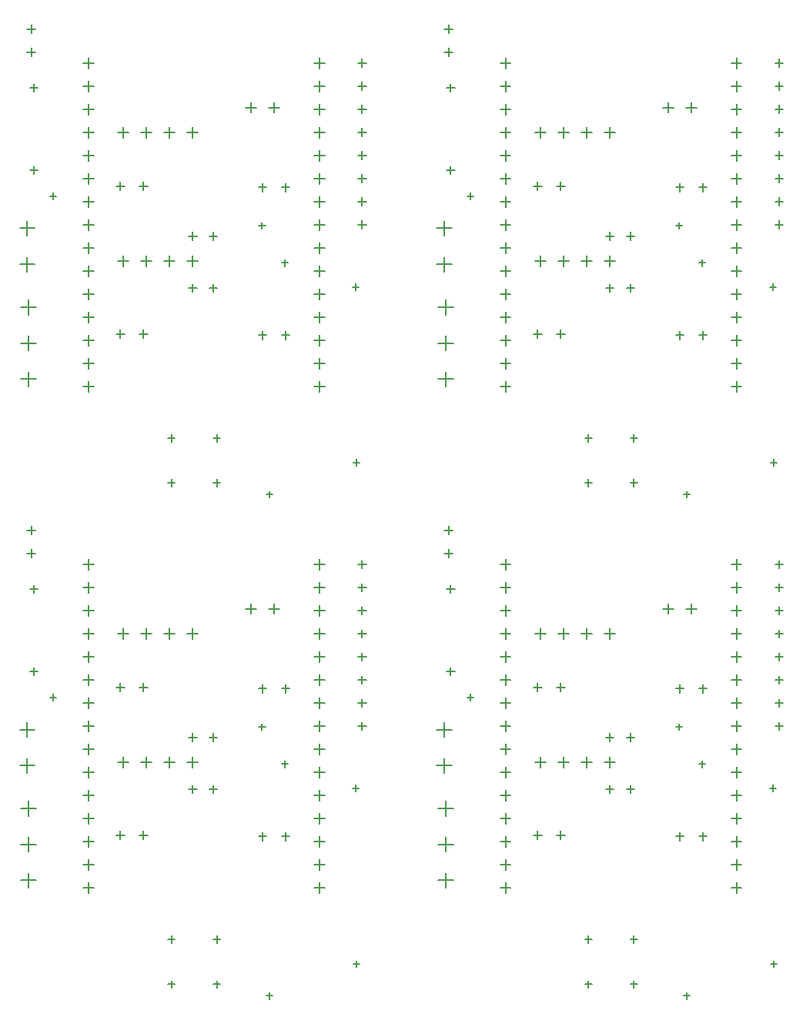
<source format=gbr>
G04*
G04 #@! TF.GenerationSoftware,Altium Limited,Altium Designer,25.4.2 (15)*
G04*
G04 Layer_Color=128*
%FSLAX44Y44*%
%MOMM*%
G71*
G04*
G04 #@! TF.SameCoordinates,D2275D6D-F90B-4D7B-AA13-D2FC86024EBF*
G04*
G04*
G04 #@! TF.FilePolarity,Positive*
G04*
G01*
G75*
%ADD52C,0.1270*%
D52*
X751750Y313710D02*
X759750D01*
X755750Y309710D02*
Y317710D01*
X701750Y313710D02*
X709750D01*
X705750Y309710D02*
Y317710D01*
X751750Y362960D02*
X759750D01*
X755750Y358960D02*
Y366960D01*
X701750Y362960D02*
X709750D01*
X705750Y358960D02*
Y366960D01*
X608700Y419910D02*
X620300D01*
X614500Y414110D02*
Y425710D01*
X608700Y445310D02*
X620300D01*
X614500Y439510D02*
Y451110D01*
X608700Y470710D02*
X620300D01*
X614500Y464910D02*
Y476510D01*
X608700Y521510D02*
X620300D01*
X614500Y515710D02*
Y527310D01*
X608700Y546910D02*
X620300D01*
X614500Y541110D02*
Y552710D01*
X608700Y572310D02*
X620300D01*
X614500Y566510D02*
Y578110D01*
X608700Y597710D02*
X620300D01*
X614500Y591910D02*
Y603510D01*
X608700Y623110D02*
X620300D01*
X614500Y617310D02*
Y628910D01*
X608700Y648510D02*
X620300D01*
X614500Y642710D02*
Y654310D01*
X608700Y673910D02*
X620300D01*
X614500Y668110D02*
Y679710D01*
X608700Y699310D02*
X620300D01*
X614500Y693510D02*
Y705110D01*
X608700Y724710D02*
X620300D01*
X614500Y718910D02*
Y730510D01*
X608700Y750110D02*
X620300D01*
X614500Y744310D02*
Y755910D01*
X608700Y775510D02*
X620300D01*
X614500Y769710D02*
Y781310D01*
X608700Y496110D02*
X620300D01*
X614500Y490310D02*
Y501910D01*
X862700Y445310D02*
X874300D01*
X868500Y439510D02*
Y451110D01*
X862700Y419910D02*
X874300D01*
X868500Y414110D02*
Y425710D01*
X862700Y470710D02*
X874300D01*
X868500Y464910D02*
Y476510D01*
X862700Y496110D02*
X874300D01*
X868500Y490310D02*
Y501910D01*
X862700Y521510D02*
X874300D01*
X868500Y515710D02*
Y527310D01*
X862700Y546910D02*
X874300D01*
X868500Y541110D02*
Y552710D01*
X862700Y572310D02*
X874300D01*
X868500Y566510D02*
Y578110D01*
X862700Y597710D02*
X874300D01*
X868500Y591910D02*
Y603510D01*
X862700Y623110D02*
X874300D01*
X868500Y617310D02*
Y628910D01*
X862700Y648510D02*
X874300D01*
X868500Y642710D02*
Y654310D01*
X862700Y673910D02*
X874300D01*
X868500Y668110D02*
Y679710D01*
X862700Y699310D02*
X874300D01*
X868500Y693510D02*
Y705110D01*
X862700Y724710D02*
X874300D01*
X868500Y718910D02*
Y730510D01*
X862700Y750110D02*
X874300D01*
X868500Y744310D02*
Y755910D01*
X862700Y775510D02*
X874300D01*
X868500Y769710D02*
Y781310D01*
X723450Y699310D02*
X735050D01*
X729250Y693510D02*
Y705110D01*
X698050Y699310D02*
X709650D01*
X703850Y693510D02*
Y705110D01*
X672650Y699310D02*
X684250D01*
X678450Y693510D02*
Y705110D01*
X647250Y699310D02*
X658850D01*
X653050Y693510D02*
Y705110D01*
X723450Y557810D02*
X735050D01*
X729250Y552010D02*
Y563610D01*
X698050Y557810D02*
X709650D01*
X703850Y552010D02*
Y563610D01*
X672650Y557810D02*
X684250D01*
X678450Y552010D02*
Y563610D01*
X647250Y557810D02*
X658850D01*
X653050Y552010D02*
Y563610D01*
X813050Y726610D02*
X824650D01*
X818850Y720810D02*
Y732410D01*
X787650Y726610D02*
X799250D01*
X793450Y720810D02*
Y732410D01*
X724750Y585210D02*
X733750D01*
X729250Y580710D02*
Y589710D01*
X724750Y528210D02*
X733750D01*
X729250Y523710D02*
Y532710D01*
X911000Y597710D02*
X920000D01*
X915500Y593210D02*
Y602210D01*
X911000Y623110D02*
X920000D01*
X915500Y618610D02*
Y627610D01*
X911000Y648510D02*
X920000D01*
X915500Y644010D02*
Y653010D01*
X911000Y673910D02*
X920000D01*
X915500Y669410D02*
Y678410D01*
X911000Y699310D02*
X920000D01*
X915500Y694810D02*
Y703810D01*
X911000Y724710D02*
X920000D01*
X915500Y720210D02*
Y729210D01*
X911000Y750110D02*
X920000D01*
X915500Y745610D02*
Y754610D01*
X911000Y775510D02*
X920000D01*
X915500Y771010D02*
Y780010D01*
X645250Y640270D02*
X654250D01*
X649750Y635770D02*
Y644770D01*
X670650Y640270D02*
X679650D01*
X675150Y635770D02*
Y644770D01*
X747500Y528210D02*
X756500D01*
X752000Y523710D02*
Y532710D01*
X747500Y585210D02*
X756500D01*
X752000Y580710D02*
Y589710D01*
X827000Y476150D02*
X836000D01*
X831500Y471650D02*
Y480650D01*
X801600Y476150D02*
X810600D01*
X806100Y471650D02*
Y480650D01*
X801600Y638710D02*
X810600D01*
X806100Y634210D02*
Y643210D01*
X827000Y638710D02*
X836000D01*
X831500Y634210D02*
Y643210D01*
X670650Y477710D02*
X679650D01*
X675150Y473210D02*
Y482210D01*
X645250Y477710D02*
X654250D01*
X649750Y473210D02*
Y482210D01*
X540500Y507060D02*
X557000D01*
X548750Y498810D02*
Y515310D01*
X540500Y467460D02*
X557000D01*
X548750Y459210D02*
Y475710D01*
X540500Y427860D02*
X557000D01*
X548750Y419610D02*
Y436110D01*
X539000Y593710D02*
X555500D01*
X547250Y585460D02*
Y601960D01*
X539000Y554110D02*
X555500D01*
X547250Y545860D02*
Y562360D01*
X547250Y812911D02*
X556250D01*
X551750Y808411D02*
Y817411D01*
X547250Y787510D02*
X556250D01*
X551750Y783010D02*
Y792010D01*
X550000Y657960D02*
X558500D01*
X554250Y653710D02*
Y662210D01*
X550000Y747960D02*
X558500D01*
X554250Y743710D02*
Y752210D01*
X572194Y629210D02*
X579306D01*
X575750Y625654D02*
Y632766D01*
X826944Y555710D02*
X834056D01*
X830500Y552154D02*
Y559266D01*
X905944Y336210D02*
X913056D01*
X909500Y332654D02*
Y339766D01*
X801944Y596710D02*
X809056D01*
X805500Y593154D02*
Y600266D01*
X810194Y300960D02*
X817306D01*
X813750Y297404D02*
Y304516D01*
X905070Y529290D02*
X912182D01*
X908626Y525734D02*
Y532846D01*
X1210540Y313710D02*
X1218540D01*
X1214540Y309710D02*
Y317710D01*
X1160540Y313710D02*
X1168540D01*
X1164540Y309710D02*
Y317710D01*
X1210540Y362960D02*
X1218540D01*
X1214540Y358960D02*
Y366960D01*
X1160540Y362960D02*
X1168540D01*
X1164540Y358960D02*
Y366960D01*
X1067490Y419910D02*
X1079090D01*
X1073290Y414110D02*
Y425710D01*
X1067490Y445310D02*
X1079090D01*
X1073290Y439510D02*
Y451110D01*
X1067490Y470710D02*
X1079090D01*
X1073290Y464910D02*
Y476510D01*
X1067490Y521510D02*
X1079090D01*
X1073290Y515710D02*
Y527310D01*
X1067490Y546910D02*
X1079090D01*
X1073290Y541110D02*
Y552710D01*
X1067490Y572310D02*
X1079090D01*
X1073290Y566510D02*
Y578110D01*
X1067490Y597710D02*
X1079090D01*
X1073290Y591910D02*
Y603510D01*
X1067490Y623110D02*
X1079090D01*
X1073290Y617310D02*
Y628910D01*
X1067490Y648510D02*
X1079090D01*
X1073290Y642710D02*
Y654310D01*
X1067490Y673910D02*
X1079090D01*
X1073290Y668110D02*
Y679710D01*
X1067490Y699310D02*
X1079090D01*
X1073290Y693510D02*
Y705110D01*
X1067490Y724710D02*
X1079090D01*
X1073290Y718910D02*
Y730510D01*
X1067490Y750110D02*
X1079090D01*
X1073290Y744310D02*
Y755910D01*
X1067490Y775510D02*
X1079090D01*
X1073290Y769710D02*
Y781310D01*
X1067490Y496110D02*
X1079090D01*
X1073290Y490310D02*
Y501910D01*
X1321490Y445310D02*
X1333090D01*
X1327290Y439510D02*
Y451110D01*
X1321490Y419910D02*
X1333090D01*
X1327290Y414110D02*
Y425710D01*
X1321490Y470710D02*
X1333090D01*
X1327290Y464910D02*
Y476510D01*
X1321490Y496110D02*
X1333090D01*
X1327290Y490310D02*
Y501910D01*
X1321490Y521510D02*
X1333090D01*
X1327290Y515710D02*
Y527310D01*
X1321490Y546910D02*
X1333090D01*
X1327290Y541110D02*
Y552710D01*
X1321490Y572310D02*
X1333090D01*
X1327290Y566510D02*
Y578110D01*
X1321490Y597710D02*
X1333090D01*
X1327290Y591910D02*
Y603510D01*
X1321490Y623110D02*
X1333090D01*
X1327290Y617310D02*
Y628910D01*
X1321490Y648510D02*
X1333090D01*
X1327290Y642710D02*
Y654310D01*
X1321490Y673910D02*
X1333090D01*
X1327290Y668110D02*
Y679710D01*
X1321490Y699310D02*
X1333090D01*
X1327290Y693510D02*
Y705110D01*
X1321490Y724710D02*
X1333090D01*
X1327290Y718910D02*
Y730510D01*
X1321490Y750110D02*
X1333090D01*
X1327290Y744310D02*
Y755910D01*
X1321490Y775510D02*
X1333090D01*
X1327290Y769710D02*
Y781310D01*
X1182240Y699310D02*
X1193840D01*
X1188040Y693510D02*
Y705110D01*
X1156840Y699310D02*
X1168440D01*
X1162640Y693510D02*
Y705110D01*
X1131440Y699310D02*
X1143040D01*
X1137240Y693510D02*
Y705110D01*
X1106040Y699310D02*
X1117640D01*
X1111840Y693510D02*
Y705110D01*
X1182240Y557810D02*
X1193840D01*
X1188040Y552010D02*
Y563610D01*
X1156840Y557810D02*
X1168440D01*
X1162640Y552010D02*
Y563610D01*
X1131440Y557810D02*
X1143040D01*
X1137240Y552010D02*
Y563610D01*
X1106040Y557810D02*
X1117640D01*
X1111840Y552010D02*
Y563610D01*
X1271840Y726610D02*
X1283440D01*
X1277640Y720810D02*
Y732410D01*
X1246440Y726610D02*
X1258040D01*
X1252240Y720810D02*
Y732410D01*
X1183540Y585210D02*
X1192540D01*
X1188040Y580710D02*
Y589710D01*
X1183540Y528210D02*
X1192540D01*
X1188040Y523710D02*
Y532710D01*
X1369790Y597710D02*
X1378790D01*
X1374290Y593210D02*
Y602210D01*
X1369790Y623110D02*
X1378790D01*
X1374290Y618610D02*
Y627610D01*
X1369790Y648510D02*
X1378790D01*
X1374290Y644010D02*
Y653010D01*
X1369790Y673910D02*
X1378790D01*
X1374290Y669410D02*
Y678410D01*
X1369790Y699310D02*
X1378790D01*
X1374290Y694810D02*
Y703810D01*
X1369790Y724710D02*
X1378790D01*
X1374290Y720210D02*
Y729210D01*
X1369790Y750110D02*
X1378790D01*
X1374290Y745610D02*
Y754610D01*
X1369790Y775510D02*
X1378790D01*
X1374290Y771010D02*
Y780010D01*
X1104040Y640270D02*
X1113040D01*
X1108540Y635770D02*
Y644770D01*
X1129440Y640270D02*
X1138440D01*
X1133940Y635770D02*
Y644770D01*
X1206290Y528210D02*
X1215290D01*
X1210790Y523710D02*
Y532710D01*
X1206290Y585210D02*
X1215290D01*
X1210790Y580710D02*
Y589710D01*
X1285790Y476150D02*
X1294790D01*
X1290290Y471650D02*
Y480650D01*
X1260390Y476150D02*
X1269390D01*
X1264890Y471650D02*
Y480650D01*
X1260390Y638710D02*
X1269390D01*
X1264890Y634210D02*
Y643210D01*
X1285790Y638710D02*
X1294790D01*
X1290290Y634210D02*
Y643210D01*
X1129440Y477710D02*
X1138440D01*
X1133940Y473210D02*
Y482210D01*
X1104040Y477710D02*
X1113040D01*
X1108540Y473210D02*
Y482210D01*
X999290Y507060D02*
X1015790D01*
X1007540Y498810D02*
Y515310D01*
X999290Y467460D02*
X1015790D01*
X1007540Y459210D02*
Y475710D01*
X999290Y427860D02*
X1015790D01*
X1007540Y419610D02*
Y436110D01*
X997790Y593710D02*
X1014290D01*
X1006040Y585460D02*
Y601960D01*
X997790Y554110D02*
X1014290D01*
X1006040Y545860D02*
Y562360D01*
X1006040Y812911D02*
X1015040D01*
X1010540Y808411D02*
Y817411D01*
X1006040Y787510D02*
X1015040D01*
X1010540Y783010D02*
Y792010D01*
X1008790Y657960D02*
X1017290D01*
X1013040Y653710D02*
Y662210D01*
X1008790Y747960D02*
X1017290D01*
X1013040Y743710D02*
Y752210D01*
X1030984Y629210D02*
X1038096D01*
X1034540Y625654D02*
Y632766D01*
X1285734Y555710D02*
X1292846D01*
X1289290Y552154D02*
Y559266D01*
X1364734Y336210D02*
X1371846D01*
X1368290Y332654D02*
Y339766D01*
X1260734Y596710D02*
X1267846D01*
X1264290Y593154D02*
Y600266D01*
X1268984Y300960D02*
X1276096D01*
X1272540Y297404D02*
Y304516D01*
X1363860Y529290D02*
X1370972D01*
X1367416Y525734D02*
Y532846D01*
X751750Y864980D02*
X759750D01*
X755750Y860980D02*
Y868980D01*
X701750Y864980D02*
X709750D01*
X705750Y860980D02*
Y868980D01*
X751750Y914230D02*
X759750D01*
X755750Y910230D02*
Y918230D01*
X701750Y914230D02*
X709750D01*
X705750Y910230D02*
Y918230D01*
X608700Y971180D02*
X620300D01*
X614500Y965380D02*
Y976980D01*
X608700Y996580D02*
X620300D01*
X614500Y990780D02*
Y1002380D01*
X608700Y1021980D02*
X620300D01*
X614500Y1016180D02*
Y1027780D01*
X608700Y1072780D02*
X620300D01*
X614500Y1066980D02*
Y1078580D01*
X608700Y1098180D02*
X620300D01*
X614500Y1092380D02*
Y1103980D01*
X608700Y1123580D02*
X620300D01*
X614500Y1117780D02*
Y1129380D01*
X608700Y1148980D02*
X620300D01*
X614500Y1143180D02*
Y1154780D01*
X608700Y1174380D02*
X620300D01*
X614500Y1168580D02*
Y1180180D01*
X608700Y1199780D02*
X620300D01*
X614500Y1193980D02*
Y1205580D01*
X608700Y1225180D02*
X620300D01*
X614500Y1219380D02*
Y1230980D01*
X608700Y1250580D02*
X620300D01*
X614500Y1244780D02*
Y1256380D01*
X608700Y1275980D02*
X620300D01*
X614500Y1270180D02*
Y1281780D01*
X608700Y1301380D02*
X620300D01*
X614500Y1295580D02*
Y1307180D01*
X608700Y1326780D02*
X620300D01*
X614500Y1320980D02*
Y1332580D01*
X608700Y1047380D02*
X620300D01*
X614500Y1041580D02*
Y1053180D01*
X862700Y996580D02*
X874300D01*
X868500Y990780D02*
Y1002380D01*
X862700Y971180D02*
X874300D01*
X868500Y965380D02*
Y976980D01*
X862700Y1021980D02*
X874300D01*
X868500Y1016180D02*
Y1027780D01*
X862700Y1047380D02*
X874300D01*
X868500Y1041580D02*
Y1053180D01*
X862700Y1072780D02*
X874300D01*
X868500Y1066980D02*
Y1078580D01*
X862700Y1098180D02*
X874300D01*
X868500Y1092380D02*
Y1103980D01*
X862700Y1123580D02*
X874300D01*
X868500Y1117780D02*
Y1129380D01*
X862700Y1148980D02*
X874300D01*
X868500Y1143180D02*
Y1154780D01*
X862700Y1174380D02*
X874300D01*
X868500Y1168580D02*
Y1180180D01*
X862700Y1199780D02*
X874300D01*
X868500Y1193980D02*
Y1205580D01*
X862700Y1225180D02*
X874300D01*
X868500Y1219380D02*
Y1230980D01*
X862700Y1250580D02*
X874300D01*
X868500Y1244780D02*
Y1256380D01*
X862700Y1275980D02*
X874300D01*
X868500Y1270180D02*
Y1281780D01*
X862700Y1301380D02*
X874300D01*
X868500Y1295580D02*
Y1307180D01*
X862700Y1326780D02*
X874300D01*
X868500Y1320980D02*
Y1332580D01*
X723450Y1250580D02*
X735050D01*
X729250Y1244780D02*
Y1256380D01*
X698050Y1250580D02*
X709650D01*
X703850Y1244780D02*
Y1256380D01*
X672650Y1250580D02*
X684250D01*
X678450Y1244780D02*
Y1256380D01*
X647250Y1250580D02*
X658850D01*
X653050Y1244780D02*
Y1256380D01*
X723450Y1109080D02*
X735050D01*
X729250Y1103280D02*
Y1114880D01*
X698050Y1109080D02*
X709650D01*
X703850Y1103280D02*
Y1114880D01*
X672650Y1109080D02*
X684250D01*
X678450Y1103280D02*
Y1114880D01*
X647250Y1109080D02*
X658850D01*
X653050Y1103280D02*
Y1114880D01*
X813050Y1277880D02*
X824650D01*
X818850Y1272080D02*
Y1283680D01*
X787650Y1277880D02*
X799250D01*
X793450Y1272080D02*
Y1283680D01*
X724750Y1136480D02*
X733750D01*
X729250Y1131980D02*
Y1140980D01*
X724750Y1079480D02*
X733750D01*
X729250Y1074980D02*
Y1083980D01*
X911000Y1148980D02*
X920000D01*
X915500Y1144480D02*
Y1153480D01*
X911000Y1174380D02*
X920000D01*
X915500Y1169880D02*
Y1178880D01*
X911000Y1199780D02*
X920000D01*
X915500Y1195280D02*
Y1204280D01*
X911000Y1225180D02*
X920000D01*
X915500Y1220680D02*
Y1229680D01*
X911000Y1250580D02*
X920000D01*
X915500Y1246080D02*
Y1255080D01*
X911000Y1275980D02*
X920000D01*
X915500Y1271480D02*
Y1280480D01*
X911000Y1301380D02*
X920000D01*
X915500Y1296880D02*
Y1305880D01*
X911000Y1326780D02*
X920000D01*
X915500Y1322280D02*
Y1331280D01*
X645250Y1191540D02*
X654250D01*
X649750Y1187040D02*
Y1196040D01*
X670650Y1191540D02*
X679650D01*
X675150Y1187040D02*
Y1196040D01*
X747500Y1079480D02*
X756500D01*
X752000Y1074980D02*
Y1083980D01*
X747500Y1136480D02*
X756500D01*
X752000Y1131980D02*
Y1140980D01*
X827000Y1027420D02*
X836000D01*
X831500Y1022920D02*
Y1031920D01*
X801600Y1027420D02*
X810600D01*
X806100Y1022920D02*
Y1031920D01*
X801600Y1189980D02*
X810600D01*
X806100Y1185480D02*
Y1194480D01*
X827000Y1189980D02*
X836000D01*
X831500Y1185480D02*
Y1194480D01*
X670650Y1028980D02*
X679650D01*
X675150Y1024480D02*
Y1033480D01*
X645250Y1028980D02*
X654250D01*
X649750Y1024480D02*
Y1033480D01*
X540500Y1058330D02*
X557000D01*
X548750Y1050080D02*
Y1066580D01*
X540500Y1018730D02*
X557000D01*
X548750Y1010480D02*
Y1026980D01*
X540500Y979130D02*
X557000D01*
X548750Y970880D02*
Y987380D01*
X539000Y1144980D02*
X555500D01*
X547250Y1136730D02*
Y1153230D01*
X539000Y1105380D02*
X555500D01*
X547250Y1097130D02*
Y1113630D01*
X547250Y1364181D02*
X556250D01*
X551750Y1359681D02*
Y1368681D01*
X547250Y1338780D02*
X556250D01*
X551750Y1334280D02*
Y1343280D01*
X550000Y1209230D02*
X558500D01*
X554250Y1204980D02*
Y1213480D01*
X550000Y1299230D02*
X558500D01*
X554250Y1294980D02*
Y1303480D01*
X572194Y1180480D02*
X579306D01*
X575750Y1176924D02*
Y1184036D01*
X826944Y1106980D02*
X834056D01*
X830500Y1103424D02*
Y1110536D01*
X905944Y887480D02*
X913056D01*
X909500Y883924D02*
Y891036D01*
X801944Y1147980D02*
X809056D01*
X805500Y1144424D02*
Y1151536D01*
X810194Y852230D02*
X817306D01*
X813750Y848674D02*
Y855786D01*
X905070Y1080560D02*
X912182D01*
X908626Y1077004D02*
Y1084116D01*
X1210540Y864980D02*
X1218540D01*
X1214540Y860980D02*
Y868980D01*
X1160540Y864980D02*
X1168540D01*
X1164540Y860980D02*
Y868980D01*
X1210540Y914230D02*
X1218540D01*
X1214540Y910230D02*
Y918230D01*
X1160540Y914230D02*
X1168540D01*
X1164540Y910230D02*
Y918230D01*
X1067490Y971180D02*
X1079090D01*
X1073290Y965380D02*
Y976980D01*
X1067490Y996580D02*
X1079090D01*
X1073290Y990780D02*
Y1002380D01*
X1067490Y1021980D02*
X1079090D01*
X1073290Y1016180D02*
Y1027780D01*
X1067490Y1072780D02*
X1079090D01*
X1073290Y1066980D02*
Y1078580D01*
X1067490Y1098180D02*
X1079090D01*
X1073290Y1092380D02*
Y1103980D01*
X1067490Y1123580D02*
X1079090D01*
X1073290Y1117780D02*
Y1129380D01*
X1067490Y1148980D02*
X1079090D01*
X1073290Y1143180D02*
Y1154780D01*
X1067490Y1174380D02*
X1079090D01*
X1073290Y1168580D02*
Y1180180D01*
X1067490Y1199780D02*
X1079090D01*
X1073290Y1193980D02*
Y1205580D01*
X1067490Y1225180D02*
X1079090D01*
X1073290Y1219380D02*
Y1230980D01*
X1067490Y1250580D02*
X1079090D01*
X1073290Y1244780D02*
Y1256380D01*
X1067490Y1275980D02*
X1079090D01*
X1073290Y1270180D02*
Y1281780D01*
X1067490Y1301380D02*
X1079090D01*
X1073290Y1295580D02*
Y1307180D01*
X1067490Y1326780D02*
X1079090D01*
X1073290Y1320980D02*
Y1332580D01*
X1067490Y1047380D02*
X1079090D01*
X1073290Y1041580D02*
Y1053180D01*
X1321490Y996580D02*
X1333090D01*
X1327290Y990780D02*
Y1002380D01*
X1321490Y971180D02*
X1333090D01*
X1327290Y965380D02*
Y976980D01*
X1321490Y1021980D02*
X1333090D01*
X1327290Y1016180D02*
Y1027780D01*
X1321490Y1047380D02*
X1333090D01*
X1327290Y1041580D02*
Y1053180D01*
X1321490Y1072780D02*
X1333090D01*
X1327290Y1066980D02*
Y1078580D01*
X1321490Y1098180D02*
X1333090D01*
X1327290Y1092380D02*
Y1103980D01*
X1321490Y1123580D02*
X1333090D01*
X1327290Y1117780D02*
Y1129380D01*
X1321490Y1148980D02*
X1333090D01*
X1327290Y1143180D02*
Y1154780D01*
X1321490Y1174380D02*
X1333090D01*
X1327290Y1168580D02*
Y1180180D01*
X1321490Y1199780D02*
X1333090D01*
X1327290Y1193980D02*
Y1205580D01*
X1321490Y1225180D02*
X1333090D01*
X1327290Y1219380D02*
Y1230980D01*
X1321490Y1250580D02*
X1333090D01*
X1327290Y1244780D02*
Y1256380D01*
X1321490Y1275980D02*
X1333090D01*
X1327290Y1270180D02*
Y1281780D01*
X1321490Y1301380D02*
X1333090D01*
X1327290Y1295580D02*
Y1307180D01*
X1321490Y1326780D02*
X1333090D01*
X1327290Y1320980D02*
Y1332580D01*
X1182240Y1250580D02*
X1193840D01*
X1188040Y1244780D02*
Y1256380D01*
X1156840Y1250580D02*
X1168440D01*
X1162640Y1244780D02*
Y1256380D01*
X1131440Y1250580D02*
X1143040D01*
X1137240Y1244780D02*
Y1256380D01*
X1106040Y1250580D02*
X1117640D01*
X1111840Y1244780D02*
Y1256380D01*
X1182240Y1109080D02*
X1193840D01*
X1188040Y1103280D02*
Y1114880D01*
X1156840Y1109080D02*
X1168440D01*
X1162640Y1103280D02*
Y1114880D01*
X1131440Y1109080D02*
X1143040D01*
X1137240Y1103280D02*
Y1114880D01*
X1106040Y1109080D02*
X1117640D01*
X1111840Y1103280D02*
Y1114880D01*
X1271840Y1277880D02*
X1283440D01*
X1277640Y1272080D02*
Y1283680D01*
X1246440Y1277880D02*
X1258040D01*
X1252240Y1272080D02*
Y1283680D01*
X1183540Y1136480D02*
X1192540D01*
X1188040Y1131980D02*
Y1140980D01*
X1183540Y1079480D02*
X1192540D01*
X1188040Y1074980D02*
Y1083980D01*
X1369790Y1148980D02*
X1378790D01*
X1374290Y1144480D02*
Y1153480D01*
X1369790Y1174380D02*
X1378790D01*
X1374290Y1169880D02*
Y1178880D01*
X1369790Y1199780D02*
X1378790D01*
X1374290Y1195280D02*
Y1204280D01*
X1369790Y1225180D02*
X1378790D01*
X1374290Y1220680D02*
Y1229680D01*
X1369790Y1250580D02*
X1378790D01*
X1374290Y1246080D02*
Y1255080D01*
X1369790Y1275980D02*
X1378790D01*
X1374290Y1271480D02*
Y1280480D01*
X1369790Y1301380D02*
X1378790D01*
X1374290Y1296880D02*
Y1305880D01*
X1369790Y1326780D02*
X1378790D01*
X1374290Y1322280D02*
Y1331280D01*
X1104040Y1191540D02*
X1113040D01*
X1108540Y1187040D02*
Y1196040D01*
X1129440Y1191540D02*
X1138440D01*
X1133940Y1187040D02*
Y1196040D01*
X1206290Y1079480D02*
X1215290D01*
X1210790Y1074980D02*
Y1083980D01*
X1206290Y1136480D02*
X1215290D01*
X1210790Y1131980D02*
Y1140980D01*
X1285790Y1027420D02*
X1294790D01*
X1290290Y1022920D02*
Y1031920D01*
X1260390Y1027420D02*
X1269390D01*
X1264890Y1022920D02*
Y1031920D01*
X1260390Y1189980D02*
X1269390D01*
X1264890Y1185480D02*
Y1194480D01*
X1285790Y1189980D02*
X1294790D01*
X1290290Y1185480D02*
Y1194480D01*
X1129440Y1028980D02*
X1138440D01*
X1133940Y1024480D02*
Y1033480D01*
X1104040Y1028980D02*
X1113040D01*
X1108540Y1024480D02*
Y1033480D01*
X999290Y1058330D02*
X1015790D01*
X1007540Y1050080D02*
Y1066580D01*
X999290Y1018730D02*
X1015790D01*
X1007540Y1010480D02*
Y1026980D01*
X999290Y979130D02*
X1015790D01*
X1007540Y970880D02*
Y987380D01*
X997790Y1144980D02*
X1014290D01*
X1006040Y1136730D02*
Y1153230D01*
X997790Y1105380D02*
X1014290D01*
X1006040Y1097130D02*
Y1113630D01*
X1006040Y1364181D02*
X1015040D01*
X1010540Y1359681D02*
Y1368681D01*
X1006040Y1338780D02*
X1015040D01*
X1010540Y1334280D02*
Y1343280D01*
X1008790Y1209230D02*
X1017290D01*
X1013040Y1204980D02*
Y1213480D01*
X1008790Y1299230D02*
X1017290D01*
X1013040Y1294980D02*
Y1303480D01*
X1030984Y1180480D02*
X1038096D01*
X1034540Y1176924D02*
Y1184036D01*
X1285734Y1106980D02*
X1292846D01*
X1289290Y1103424D02*
Y1110536D01*
X1364734Y887480D02*
X1371846D01*
X1368290Y883924D02*
Y891036D01*
X1260734Y1147980D02*
X1267846D01*
X1264290Y1144424D02*
Y1151536D01*
X1268984Y852230D02*
X1276096D01*
X1272540Y848674D02*
Y855786D01*
X1363860Y1080560D02*
X1370972D01*
X1367416Y1077004D02*
Y1084116D01*
M02*

</source>
